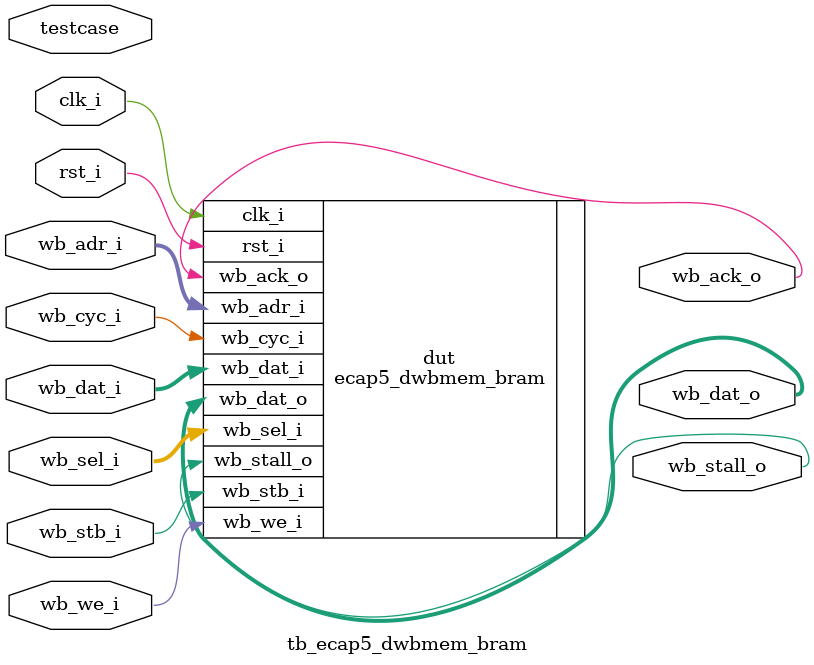
<source format=sv>
/*           __        _
 *  ________/ /  ___ _(_)__  ___
 * / __/ __/ _ \/ _ `/ / _ \/ -_)
 * \__/\__/_//_/\_,_/_/_//_/\__/
 * 
 * Copyright (C) Clément Chaine
 * This file is part of ECAP5-DWBMEM-BRAM <https://github.com/ecap5/ECAP5-DWBMEM-BRAM>
 *
 * ECAP5-DWBMEM-BRAM is free software: you can redistribute it and/or modify
 * it under the terms of the GNU General Public License as published by
 * the Free Software Foundation, either version 3 of the License, or
 * (at your option) any later version.
 *
 * ECAP5-DWBMEM-BRAM is distributed in the hope that it will be useful,
 * but WITHOUT ANY WARRANTY; without even the implied warranty of
 * MERCHANTABILITY or FITNESS FOR A PARTICULAR PURPOSE.  See the
 * GNU General Public License for more details.
 *
 * You should have received a copy of the GNU General Public License
 * along with ECAP5-DWBMEM-BRAM.  If not, see <http://www.gnu.org/licenses/>.
 */

module tb_ecap5_dwbmem_bram
(
  input   int          testcase,

  input   logic         clk_i,
  input   logic         rst_i,

  //=================================
  //    Memory interface

  input   logic[31:0]  wb_adr_i,
  output  logic[31:0]  wb_dat_o,
  input   logic[31:0]  wb_dat_i,
  input   logic        wb_we_i,
  input   logic[3:0]   wb_sel_i,
  input   logic        wb_stb_i,
  output  logic        wb_ack_o,
  input   logic        wb_cyc_i,
  output  logic        wb_stall_o
);

ecap5_dwbmem_bram dut (
  .clk_i      (clk_i),
  .rst_i      (rst_i),

  .wb_adr_i   (wb_adr_i),
  .wb_dat_o   (wb_dat_o),
  .wb_dat_i   (wb_dat_i),
  .wb_we_i    (wb_we_i),
  .wb_sel_i   (wb_sel_i),
  .wb_stb_i   (wb_stb_i),
  .wb_ack_o   (wb_ack_o),
  .wb_cyc_i   (wb_cyc_i),
  .wb_stall_o (wb_stall_o)
);

endmodule // tb_ecap5_dwbmem_bram

</source>
